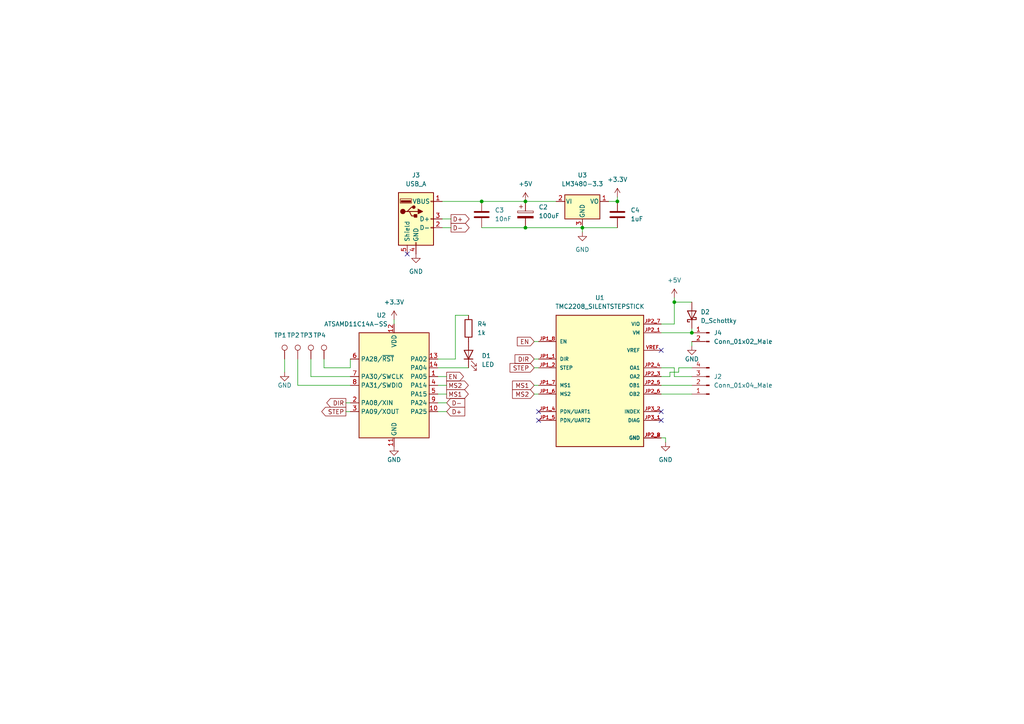
<source format=kicad_sch>
(kicad_sch (version 20211123) (generator eeschema)
  (paper "A4")
  (lib_symbols
    (symbol "Connector:Conn_01x02_Male" (pin_names (offset 1.016) hide)
      (property "Reference" "J" (at 0 2.54 0))
      (property "Value" "Conn_01x02_Male" (at 0 -5.08 0))
      (symbol "Conn_01x02_Male_1_1"
        (polyline (pts (xy 1.27 -2.54) (xy 0.8636 -2.54)) (stroke (width 0.1524)))
        (polyline (pts (xy 1.27 0) (xy 0.8636 0)) (stroke (width 0.1524)))
        (rectangle (start 0.8636 -2.413) (end 0 -2.667) (stroke (width 0.1524)) (fill (type outline)))
        (rectangle (start 0.8636 0.127) (end 0 -0.127) (stroke (width 0.1524)) (fill (type outline)))
        (pin passive line (at 5.08 0 180) (length 3.81) (name "Pin_1") (number "1"))
        (pin passive line (at 5.08 -2.54 180) (length 3.81) (name "Pin_2") (number "2"))
      )
    )
    (symbol "Connector:Conn_01x04_Male" (pin_names (offset 1.016) hide)
      (property "Reference" "J" (at 0 5.08 0))
      (property "Value" "Conn_01x04_Male" (at 0 -7.62 0))
      (symbol "Conn_01x04_Male_1_1"
        (polyline (pts (xy 1.27 -5.08) (xy 0.8636 -5.08)) (stroke (width 0.1524)))
        (polyline (pts (xy 1.27 -2.54) (xy 0.8636 -2.54)) (stroke (width 0.1524)))
        (polyline (pts (xy 1.27 0) (xy 0.8636 0)) (stroke (width 0.1524)))
        (polyline (pts (xy 1.27 2.54) (xy 0.8636 2.54)) (stroke (width 0.1524)))
        (rectangle (start 0.8636 -4.953) (end 0 -5.207) (stroke (width 0.1524)) (fill (type outline)))
        (rectangle (start 0.8636 -2.413) (end 0 -2.667) (stroke (width 0.1524)) (fill (type outline)))
        (rectangle (start 0.8636 0.127) (end 0 -0.127) (stroke (width 0.1524)) (fill (type outline)))
        (rectangle (start 0.8636 2.667) (end 0 2.413) (stroke (width 0.1524)) (fill (type outline)))
        (pin passive line (at 5.08 2.54 180) (length 3.81) (name "Pin_1") (number "1"))
        (pin passive line (at 5.08 0 180) (length 3.81) (name "Pin_2") (number "2"))
        (pin passive line (at 5.08 -2.54 180) (length 3.81) (name "Pin_3") (number "3"))
        (pin passive line (at 5.08 -5.08 180) (length 3.81) (name "Pin_4") (number "4"))
      )
    )
    (symbol "Connector:TestPoint" (pin_numbers hide) (pin_names (offset 0.762) hide)
      (property "Reference" "TP" (at 0 6.858 0))
      (property "Value" "TestPoint" (at 0 5.08 0))
      (symbol "TestPoint_0_1"
        (circle (center 0 3.302) (radius 0.762))
      )
      (symbol "TestPoint_1_1"
        (pin passive line (at 0 0 90) (length 2.54) (name "1") (number "1"))
      )
    )
    (symbol "Connector:USB_A" (pin_names (offset 1.016))
      (property "Reference" "J" (at -5.08 11.43 0))
      (property "Value" "USB_A" (at -5.08 8.89 0))
      (symbol "USB_A_0_1"
        (rectangle (start -5.08 -7.62) (end 5.08 7.62) (stroke (width 0.254)) (fill (type background)))
        (circle (center -3.81 2.159) (radius 0.635) (stroke (width 0.254)) (fill (type outline)))
        (rectangle (start -1.524 4.826) (end -4.318 5.334) (fill (type outline)))
        (rectangle (start -1.27 4.572) (end -4.572 5.842))
        (circle (center -0.635 3.429) (radius 0.381) (stroke (width 0.254)) (fill (type outline)))
        (rectangle (start -0.127 -7.62) (end 0.127 -6.858))
        (polyline (pts (xy -3.175 2.159) (xy -2.54 2.159) (xy -1.27 3.429) (xy -0.635 3.429)) (stroke (width 0.254)))
        (polyline (pts (xy -2.54 2.159) (xy -1.905 2.159) (xy -1.27 0.889) (xy 0 0.889)) (stroke (width 0.254)))
        (polyline (pts (xy 0.635 2.794) (xy 0.635 1.524) (xy 1.905 2.159) (xy 0.635 2.794)) (stroke (width 0.254)) (fill (type outline)))
        (rectangle (start 0.254 1.27) (end -0.508 0.508) (stroke (width 0.254)) (fill (type outline)))
        (rectangle (start 5.08 -2.667) (end 4.318 -2.413))
        (rectangle (start 5.08 -0.127) (end 4.318 0.127))
        (rectangle (start 5.08 4.953) (end 4.318 5.207))
      )
      (symbol "USB_A_1_1"
        (polyline (pts (xy -1.905 2.159) (xy 0.635 2.159)) (stroke (width 0.254)))
        (pin power_in line (at 7.62 5.08 180) (length 2.54) (name "VBUS") (number "1"))
        (pin bidirectional line (at 7.62 -2.54 180) (length 2.54) (name "D-") (number "2"))
        (pin bidirectional line (at 7.62 0 180) (length 2.54) (name "D+") (number "3"))
        (pin power_in line (at 0 -10.16 90) (length 2.54) (name "GND") (number "4"))
        (pin passive line (at -2.54 -10.16 90) (length 2.54) (name "Shield") (number "5"))
      )
    )
    (symbol "Device:C" (pin_numbers hide) (pin_names (offset 0.254))
      (property "Reference" "C" (at 0.635 2.54 0))
      (property "Value" "C" (at 0.635 -2.54 0))
      (symbol "C_0_1"
        (polyline (pts (xy -2.032 -0.762) (xy 2.032 -0.762)) (stroke (width 0.508)))
        (polyline (pts (xy -2.032 0.762) (xy 2.032 0.762)) (stroke (width 0.508)))
      )
      (symbol "C_1_1"
        (pin passive line (at 0 3.81 270) (length 2.794) (name "~") (number "1"))
        (pin passive line (at 0 -3.81 90) (length 2.794) (name "~") (number "2"))
      )
    )
    (symbol "Device:C_Polarized" (pin_numbers hide) (pin_names (offset 0.254))
      (property "Reference" "C" (at 0.635 2.54 0))
      (property "Value" "C_Polarized" (at 0.635 -2.54 0))
      (symbol "C_Polarized_0_1"
        (rectangle (start -2.286 0.508) (end 2.286 1.016))
        (polyline (pts (xy -1.778 2.286) (xy -0.762 2.286)))
        (polyline (pts (xy -1.27 2.794) (xy -1.27 1.778)))
        (rectangle (start 2.286 -0.508) (end -2.286 -1.016) (fill (type outline)))
      )
      (symbol "C_Polarized_1_1"
        (pin passive line (at 0 3.81 270) (length 2.794) (name "~") (number "1"))
        (pin passive line (at 0 -3.81 90) (length 2.794) (name "~") (number "2"))
      )
    )
    (symbol "Device:D_Schottky" (pin_numbers hide) (pin_names (offset 1.016) hide)
      (property "Reference" "D" (at 0 2.54 0))
      (property "Value" "D_Schottky" (at 0 -2.54 0))
      (symbol "D_Schottky_0_1"
        (polyline (pts (xy 1.27 0) (xy -1.27 0)))
        (polyline (pts (xy 1.27 1.27) (xy 1.27 -1.27) (xy -1.27 0) (xy 1.27 1.27)) (stroke (width 0.254)))
        (polyline (pts (xy -1.905 0.635) (xy -1.905 1.27) (xy -1.27 1.27) (xy -1.27 -1.27) (xy -0.635 -1.27) (xy -0.635 -0.635)) (stroke (width 0.254)))
      )
      (symbol "D_Schottky_1_1"
        (pin passive line (at -3.81 0 0) (length 2.54) (name "K") (number "1"))
        (pin passive line (at 3.81 0 180) (length 2.54) (name "A") (number "2"))
      )
    )
    (symbol "Device:LED" (pin_numbers hide) (pin_names (offset 1.016) hide)
      (property "Reference" "D" (at 0 2.54 0))
      (property "Value" "LED" (at 0 -2.54 0))
      (symbol "LED_0_1"
        (polyline (pts (xy -1.27 -1.27) (xy -1.27 1.27)) (stroke (width 0.254)))
        (polyline (pts (xy -1.27 0) (xy 1.27 0)))
        (polyline (pts (xy 1.27 -1.27) (xy 1.27 1.27) (xy -1.27 0) (xy 1.27 -1.27)) (stroke (width 0.254)))
        (polyline (pts (xy -3.048 -0.762) (xy -4.572 -2.286) (xy -3.81 -2.286) (xy -4.572 -2.286) (xy -4.572 -1.524)))
        (polyline (pts (xy -1.778 -0.762) (xy -3.302 -2.286) (xy -2.54 -2.286) (xy -3.302 -2.286) (xy -3.302 -1.524)))
      )
      (symbol "LED_1_1"
        (pin passive line (at -3.81 0 0) (length 2.54) (name "K") (number "1"))
        (pin passive line (at 3.81 0 180) (length 2.54) (name "A") (number "2"))
      )
    )
    (symbol "Device:R" (pin_numbers hide) (pin_names (offset 0))
      (property "Reference" "R" (at 2.032 0 90))
      (property "Value" "R" (at 0 0 90))
      (symbol "R_0_1"
        (rectangle (start -1.016 -2.54) (end 1.016 2.54) (stroke (width 0.254)))
      )
      (symbol "R_1_1"
        (pin passive line (at 0 3.81 270) (length 1.27) (name "~") (number "1"))
        (pin passive line (at 0 -3.81 90) (length 1.27) (name "~") (number "2"))
      )
    )
    (symbol "MCU_Microchip_SAMD:ATSAMD11C14A-SS"
      (property "Reference" "U" (at -10.16 16.51 0))
      (property "Value" "ATSAMD11C14A-SS" (at 1.27 16.51 0))
      (symbol "ATSAMD11C14A-SS_0_1"
        (rectangle (start -10.16 15.24) (end 10.16 -15.24) (stroke (width 0.254)) (fill (type background)))
      )
      (symbol "ATSAMD11C14A-SS_1_1"
        (pin bidirectional line (at 12.7 2.54 180) (length 2.54) (name "PA05") (number "1"))
        (pin bidirectional line (at 12.7 -7.62 180) (length 2.54) (name "PA25") (number "10"))
        (pin power_in line (at 0 -17.78 90) (length 2.54) (name "GND") (number "11"))
        (pin power_in line (at 0 17.78 270) (length 2.54) (name "VDD") (number "12"))
        (pin bidirectional line (at 12.7 7.62 180) (length 2.54) (name "PA02") (number "13"))
        (pin bidirectional line (at 12.7 5.08 180) (length 2.54) (name "PA04") (number "14"))
        (pin bidirectional line (at -12.7 -5.08 0) (length 2.54) (name "PA08/XIN") (number "2"))
        (pin bidirectional line (at -12.7 -7.62 0) (length 2.54) (name "PA09/XOUT") (number "3"))
        (pin bidirectional line (at 12.7 0 180) (length 2.54) (name "PA14") (number "4"))
        (pin bidirectional line (at 12.7 -2.54 180) (length 2.54) (name "PA15") (number "5"))
        (pin bidirectional line (at -12.7 7.62 0) (length 2.54) (name "PA28/~{RST}") (number "6"))
        (pin bidirectional line (at -12.7 2.54 0) (length 2.54) (name "PA30/SWCLK") (number "7"))
        (pin bidirectional line (at -12.7 0 0) (length 2.54) (name "PA31/SWDIO") (number "8"))
        (pin bidirectional line (at 12.7 -5.08 180) (length 2.54) (name "PA24") (number "9"))
      )
    )
    (symbol "Regulator_Linear:LM3480-3.3" (pin_names (offset 0.254))
      (property "Reference" "U" (at -3.81 3.175 0))
      (property "Value" "LM3480-3.3" (at 0 3.175 0))
      (symbol "LM3480-3.3_0_1"
        (rectangle (start -5.08 1.905) (end 5.08 -5.08) (stroke (width 0.254)) (fill (type background)))
      )
      (symbol "LM3480-3.3_1_1"
        (pin power_out line (at 7.62 0 180) (length 2.54) (name "VO") (number "1"))
        (pin power_in line (at -7.62 0 0) (length 2.54) (name "VI") (number "2"))
        (pin power_in line (at 0 -7.62 90) (length 2.54) (name "GND") (number "3"))
      )
    )
    (symbol "TMC2208_SILENTSTEPSTICK:TMC2208_SILENTSTEPSTICK" (pin_names (offset 1.016))
      (property "Reference" "U" (at -12.7 19.05 0))
      (property "Value" "TMC2208_SILENTSTEPSTICK" (at -12.7 -22.86 0))
      (symbol "TMC2208_SILENTSTEPSTICK_0_0"
        (rectangle (start -12.7 -20.32) (end 12.7 17.78) (stroke (width 0.254)) (fill (type background)))
        (pin input line (at -17.78 5.08 0) (length 5.08) (name "DIR") (number "JP1_1"))
        (pin input line (at -17.78 2.54 0) (length 5.08) (name "STEP") (number "JP1_2"))
        (pin bidirectional line (at -17.78 -10.16 0) (length 5.08) (name "PDN/UART1") (number "JP1_4"))
        (pin bidirectional line (at -17.78 -12.7 0) (length 5.08) (name "PDN/UART2") (number "JP1_5"))
        (pin input line (at -17.78 -5.08 0) (length 5.08) (name "MS2") (number "JP1_6"))
        (pin input line (at -17.78 -2.54 0) (length 5.08) (name "MS1") (number "JP1_7"))
        (pin input line (at -17.78 10.16 0) (length 5.08) (name "EN") (number "JP1_8"))
        (pin power_in line (at 17.78 12.7 180) (length 5.08) (name "VM") (number "JP2_1"))
        (pin power_in line (at 17.78 -17.78 180) (length 5.08) (name "GND") (number "JP2_2"))
        (pin passive line (at 17.78 0 180) (length 5.08) (name "OA2") (number "JP2_3"))
        (pin passive line (at 17.78 2.54 180) (length 5.08) (name "OA1") (number "JP2_4"))
        (pin passive line (at 17.78 -2.54 180) (length 5.08) (name "OB1") (number "JP2_5"))
        (pin passive line (at 17.78 -5.08 180) (length 5.08) (name "OB2") (number "JP2_6"))
        (pin power_in line (at 17.78 15.24 180) (length 5.08) (name "VIO") (number "JP2_7"))
        (pin power_in line (at 17.78 -17.78 180) (length 5.08) (name "GND") (number "JP2_8"))
        (pin output line (at 17.78 -12.7 180) (length 5.08) (name "DIAG") (number "JP3_1"))
        (pin output line (at 17.78 -10.16 180) (length 5.08) (name "INDEX") (number "JP3_2"))
        (pin passive line (at 17.78 7.62 180) (length 5.08) (name "VREF") (number "VREF"))
      )
    )
    (symbol "power:+3.3V" (power) (pin_names (offset 0))
      (property "Value" "+3.3V" (at 0 3.556 0))
      (symbol "+3.3V_0_1"
        (polyline (pts (xy -0.762 1.27) (xy 0 2.54)))
        (polyline (pts (xy 0 0) (xy 0 2.54)))
        (polyline (pts (xy 0 2.54) (xy 0.762 1.27)))
      )
      (symbol "+3.3V_1_1"
        (pin power_in line (at 0 0 90) (length 0) hide (name "+3.3V") (number "1"))
      )
    )
    (symbol "power:+5V" (power) (pin_names (offset 0))
      (property "Value" "+5V" (at 0 3.556 0))
      (symbol "+5V_0_1"
        (polyline (pts (xy -0.762 1.27) (xy 0 2.54)))
        (polyline (pts (xy 0 0) (xy 0 2.54)))
        (polyline (pts (xy 0 2.54) (xy 0.762 1.27)))
      )
      (symbol "+5V_1_1"
        (pin power_in line (at 0 0 90) (length 0) hide (name "+5V") (number "1"))
      )
    )
    (symbol "power:GND" (power) (pin_names (offset 0))
      (property "Value" "GND" (at 0 -3.81 0))
      (symbol "GND_0_1"
        (polyline (pts (xy 0 0) (xy 0 -1.27) (xy 1.27 -1.27) (xy 0 -2.54) (xy -1.27 -1.27) (xy 0 -1.27)))
      )
      (symbol "GND_1_1"
        (pin power_in line (at 0 0 270) (length 0) hide (name "GND") (number "1"))
      )
    )
  )
  (junction (at 152.4 58.42))
  (junction (at 200.66 96.52))
  (junction (at 195.58 87.63))
  (junction (at 168.91 66.04))
  (junction (at 152.4 66.04))
  (junction (at 179.07 58.42))
  (junction (at 139.7 58.42))
  (no_connect (at 118.11 73.66))
  (no_connect (at 156.21 121.92))
  (no_connect (at 156.21 119.38))
  (no_connect (at 191.77 101.6))
  (no_connect (at 191.77 119.38))
  (no_connect (at 191.77 121.92))
  (wire (pts (xy 127 106.68) (xy 135.89 106.68)))
  (wire (pts (xy 193.04 127) (xy 193.04 128.27)))
  (wire (pts (xy 194.31 107.95) (xy 196.85 107.95)))
  (wire (pts (xy 100.33 119.38) (xy 101.6 119.38)))
  (wire (pts (xy 191.77 127) (xy 193.04 127)))
  (wire (pts (xy 127 119.38) (xy 129.54 119.38)))
  (wire (pts (xy 86.36 104.14) (xy 86.36 111.76)))
  (wire (pts (xy 179.07 58.42) (xy 179.07 57.15)))
  (wire (pts (xy 195.58 109.22) (xy 200.66 109.22)))
  (wire (pts (xy 152.4 58.42) (xy 161.29 58.42)))
  (wire (pts (xy 196.85 107.95) (xy 196.85 106.68)))
  (wire (pts (xy 195.58 87.63) (xy 200.66 87.63)))
  (wire (pts (xy 191.77 106.68) (xy 195.58 106.68)))
  (wire (pts (xy 132.08 91.44) (xy 135.89 91.44)))
  (wire (pts (xy 168.91 66.04) (xy 179.07 66.04)))
  (wire (pts (xy 90.17 104.14) (xy 90.17 109.22)))
  (wire (pts (xy 176.53 58.42) (xy 179.07 58.42)))
  (wire (pts (xy 127 114.3) (xy 129.54 114.3)))
  (wire (pts (xy 127 111.76) (xy 129.54 111.76)))
  (wire (pts (xy 127 116.84) (xy 129.54 116.84)))
  (wire (pts (xy 195.58 86.36) (xy 195.58 87.63)))
  (wire (pts (xy 100.33 116.84) (xy 101.6 116.84)))
  (wire (pts (xy 194.31 109.22) (xy 194.31 107.95)))
  (wire (pts (xy 200.66 99.06) (xy 200.66 100.33)))
  (wire (pts (xy 195.58 106.68) (xy 195.58 109.22)))
  (wire (pts (xy 154.94 111.76) (xy 156.21 111.76)))
  (wire (pts (xy 82.55 104.14) (xy 82.55 107.95)))
  (wire (pts (xy 93.98 104.14) (xy 93.98 106.68)))
  (wire (pts (xy 139.7 58.42) (xy 152.4 58.42)))
  (wire (pts (xy 128.27 58.42) (xy 139.7 58.42)))
  (wire (pts (xy 86.36 111.76) (xy 101.6 111.76)))
  (wire (pts (xy 114.3 92.71) (xy 114.3 93.98)))
  (wire (pts (xy 168.91 66.04) (xy 168.91 67.31)))
  (wire (pts (xy 90.17 109.22) (xy 101.6 109.22)))
  (wire (pts (xy 154.94 99.06) (xy 156.21 99.06)))
  (wire (pts (xy 152.4 66.04) (xy 168.91 66.04)))
  (wire (pts (xy 191.77 109.22) (xy 194.31 109.22)))
  (wire (pts (xy 200.66 96.52) (xy 200.66 95.25)))
  (wire (pts (xy 139.7 66.04) (xy 152.4 66.04)))
  (wire (pts (xy 191.77 111.76) (xy 200.66 111.76)))
  (wire (pts (xy 196.85 106.68) (xy 200.66 106.68)))
  (wire (pts (xy 154.94 104.14) (xy 156.21 104.14)))
  (wire (pts (xy 191.77 96.52) (xy 200.66 96.52)))
  (wire (pts (xy 101.6 104.14) (xy 101.6 106.68)))
  (wire (pts (xy 127 109.22) (xy 129.54 109.22)))
  (wire (pts (xy 101.6 106.68) (xy 93.98 106.68)))
  (wire (pts (xy 128.27 66.04) (xy 130.81 66.04)))
  (wire (pts (xy 191.77 93.98) (xy 195.58 93.98)))
  (wire (pts (xy 191.77 114.3) (xy 200.66 114.3)))
  (wire (pts (xy 127 104.14) (xy 132.08 104.14)))
  (wire (pts (xy 154.94 106.68) (xy 156.21 106.68)))
  (wire (pts (xy 195.58 87.63) (xy 195.58 93.98)))
  (wire (pts (xy 154.94 114.3) (xy 156.21 114.3)))
  (wire (pts (xy 128.27 63.5) (xy 130.81 63.5)))
  (wire (pts (xy 132.08 104.14) (xy 132.08 91.44)))
  (global_label "STEP" (shape input) (at 154.94 106.68 180) (property "Intersheet References" "${INTERSHEET_REFS}" (effects hide)))
  (global_label "EN" (shape input) (at 154.94 99.06 180) (property "Intersheet References" "${INTERSHEET_REFS}" (effects hide)))
  (global_label "D+" (shape output) (at 130.81 63.5 0) (property "Intersheet References" "${INTERSHEET_REFS}" (effects hide)))
  (global_label "D-" (shape input) (at 129.54 116.84 0) (property "Intersheet References" "${INTERSHEET_REFS}" (effects hide)))
  (global_label "MS1" (shape input) (at 154.94 111.76 180) (property "Intersheet References" "${INTERSHEET_REFS}" (effects hide)))
  (global_label "MS2" (shape output) (at 129.54 111.76 0) (property "Intersheet References" "${INTERSHEET_REFS}" (effects hide)))
  (global_label "EN" (shape output) (at 129.54 109.22 0) (property "Intersheet References" "${INTERSHEET_REFS}" (effects hide)))
  (global_label "STEP" (shape output) (at 100.33 119.38 180) (property "Intersheet References" "${INTERSHEET_REFS}" (effects hide)))
  (global_label "D-" (shape output) (at 130.81 66.04 0) (property "Intersheet References" "${INTERSHEET_REFS}" (effects hide)))
  (global_label "D+" (shape input) (at 129.54 119.38 0) (property "Intersheet References" "${INTERSHEET_REFS}" (effects hide)))
  (global_label "DIR" (shape output) (at 100.33 116.84 180) (property "Intersheet References" "${INTERSHEET_REFS}" (effects hide)))
  (global_label "MS1" (shape output) (at 129.54 114.3 0) (property "Intersheet References" "${INTERSHEET_REFS}" (effects hide)))
  (global_label "DIR" (shape input) (at 154.94 104.14 180) (property "Intersheet References" "${INTERSHEET_REFS}" (effects hide)))
  (global_label "MS2" (shape input) (at 154.94 114.3 180) (property "Intersheet References" "${INTERSHEET_REFS}" (effects hide)))
  (symbol (lib_id "power:GND") (at 168.91 67.31 0) (unit 1)
    (property "Reference" "#PWR08" (effects hide))
    (property "Value" "GND" (at 168.91 72.39 0))
  )
  (symbol (lib_id "power:GND") (at 82.55 107.95 0) (unit 1)
    (property "Reference" "#PWR01" (effects hide))
    (property "Value" "GND" (at 82.55 111.76 0))
  )
  (symbol (lib_id "Connector:TestPoint") (at 90.17 104.14 0) (unit 1)
    (property "Reference" "TP3" (at 88.9 96.52 0) (effects (justify top)))
    (property "Value" "TestPoint" (effects hide))
    (property "Footprint" "TestPoint:TestPoint_Pad_D2.0mm" (effects hide))
  )
  (symbol (lib_id "Connector:TestPoint") (at 82.55 104.14 0) (unit 1)
    (property "Reference" "TP1" (at 81.28 96.52 0) (effects (justify top)))
    (property "Value" "TestPoint" (effects hide))
    (property "Footprint" "TestPoint:TestPoint_Pad_D2.0mm" (effects hide))
  )
  (symbol (lib_id "power:GND") (at 193.04 128.27 0) (unit 1)
    (property "Reference" "#PWR09" (effects hide))
    (property "Value" "GND" (at 193.04 133.35 0))
  )
  (symbol (lib_id "Connector:TestPoint") (at 93.98 104.14 0) (unit 1)
    (property "Reference" "TP4" (at 92.71 96.52 0) (effects (justify top)))
    (property "Value" "TestPoint" (effects hide))
    (property "Footprint" "TestPoint:TestPoint_Pad_D2.0mm" (effects hide))
  )
  (symbol (lib_id "power:+3.3V") (at 179.07 57.15 0) (unit 1)
    (property "Reference" "#PWR010" (effects hide))
    (property "Value" "+3.3V" (at 179.07 52.07 0))
  )
  (symbol (lib_id "power:+5V") (at 152.4 58.42 0) (unit 1)
    (property "Reference" "#PWR05" (effects hide))
    (property "Value" "+5V" (at 152.4 53.34 0))
  )
  (symbol (lib_id "power:+5V") (at 195.58 86.36 0) (unit 1)
    (property "Reference" "#PWR011" (effects hide))
    (property "Value" "+5V" (at 195.58 81.28 0))
  )
  (symbol (lib_id "power:GND") (at 200.66 100.33 0) (unit 1)
    (property "Reference" "#PWR0101" (effects hide))
    (property "Value" "GND" (at 200.66 104.14 0))
  )
  (symbol (lib_id "Connector:Conn_01x04_Male") (at 205.74 111.76 180) (unit 1)
    (property "Reference" "J2" (at 207.01 109.2199 0) (effects (justify right)))
    (property "Value" "Conn_01x04_Male" (at 207.01 111.7599 0) (effects (justify right)))
    (property "Footprint" "Connector_PinHeader_2.54mm:PinHeader_1x04_P2.54mm_Vertical" (effects hide))
  )
  (symbol (lib_id "Device:C") (at 139.7 62.23 0) (unit 1)
    (property "Reference" "C3" (at 143.51 60.9599 0) (effects (justify left)))
    (property "Value" "10nF" (at 143.51 63.4999 0) (effects (justify left)))
    (property "Footprint" "Capacitor_SMD:C_1206_3216Metric_Pad1.33x1.80mm_HandSolder" (effects hide))
  )
  (symbol (lib_id "Regulator_Linear:LM3480-3.3") (at 168.91 58.42 0) (unit 1)
    (property "Reference" "U3" (at 168.91 50.8 0))
    (property "Value" "LM3480-3.3" (at 168.91 53.34 0))
    (property "Footprint" "AP2120N-3.3TRG1:SOT-23_N_Package" (effects hide))
    (property "Datasheet" "http://www.ti.com/lit/ds/symlink/lm3480.pdf" (effects hide))
  )
  (symbol (lib_id "Connector:Conn_01x02_Male") (at 205.74 96.52 0) (mirror y) (unit 1)
    (property "Reference" "J4" (at 207.01 96.5199 0) (effects (justify right)))
    (property "Value" "Conn_01x02_Male" (at 207.01 99.0599 0) (effects (justify right)))
    (property "Footprint" "Connector_PinHeader_2.54mm:PinHeader_1x02_P2.54mm_Vertical" (effects hide))
  )
  (symbol (lib_id "Connector:USB_A") (at 120.65 63.5 0) (unit 1)
    (property "Reference" "J3" (at 120.65 50.8 0))
    (property "Value" "USB_A" (at 120.65 53.34 0))
    (property "Footprint" "fab:Conn_USB_A_Plain" (effects hide))
    (property "Datasheet" " ~" (effects hide))
  )
  (symbol (lib_id "power:GND") (at 120.65 73.66 0) (unit 1)
    (property "Reference" "#PWR02" (effects hide))
    (property "Value" "GND" (at 120.65 78.74 0))
  )
  (symbol (lib_id "Connector:TestPoint") (at 86.36 104.14 0) (unit 1)
    (property "Reference" "TP2" (at 85.09 96.52 0) (effects (justify top)))
    (property "Value" "TestPoint" (effects hide))
    (property "Footprint" "TestPoint:TestPoint_Pad_D2.0mm" (effects hide))
  )
  (symbol (lib_id "Device:C_Polarized") (at 152.4 62.23 0) (unit 1)
    (property "Reference" "C2" (at 156.21 60.0709 0) (effects (justify left)))
    (property "Value" "100uF" (at 156.21 62.6109 0) (effects (justify left)))
    (property "Footprint" "Capacitor_THT:CP_Radial_D6.3mm_P2.50mm" (effects hide))
  )
  (symbol (lib_id "Device:C") (at 179.07 62.23 0) (unit 1)
    (property "Reference" "C4" (at 182.88 60.9599 0) (effects (justify left)))
    (property "Value" "1uF" (at 182.88 63.4999 0) (effects (justify left)))
    (property "Footprint" "Capacitor_SMD:C_1206_3216Metric_Pad1.33x1.80mm_HandSolder" (effects hide))
  )
  (symbol (lib_id "power:GND") (at 114.3 129.54 0) (unit 1)
    (property "Reference" "#PWR04" (effects hide))
    (property "Value" "GND" (at 114.3 133.35 0))
  )
  (symbol (lib_id "Device:LED") (at 135.89 102.87 90) (unit 1)
    (property "Reference" "D1" (at 139.7 103.1874 90) (effects (justify right)))
    (property "Value" "LED" (at 139.7 105.7274 90) (effects (justify right)))
    (property "Footprint" "LED_SMD:LED_1210_3225Metric_Pad1.42x2.65mm_HandSolder" (effects hide))
  )
  (symbol (lib_id "power:+3.3V") (at 114.3 92.71 0) (unit 1)
    (property "Reference" "#PWR03" (effects hide))
    (property "Value" "+3.3V" (at 114.3 87.63 0))
  )
  (symbol (lib_id "Device:R") (at 135.89 95.25 0) (unit 1)
    (property "Reference" "R4" (at 138.43 93.9799 0) (effects (justify left)))
    (property "Value" "1k" (at 138.43 96.5199 0) (effects (justify left)))
    (property "Footprint" "fab:R_1206" (effects hide))
  )
  (symbol (lib_id "MCU_Microchip_SAMD:ATSAMD11C14A-SS") (at 114.3 111.76 0) (unit 1)
    (property "Reference" "U2" (at 109.22 91.44 0) (effects (justify left)))
    (property "Value" "ATSAMD11C14A-SS" (at 93.98 93.98 0) (effects (justify left)))
    (property "Footprint" "Package_SO:SOIC-14_3.9x8.7mm_P1.27mm" (effects hide))
    (property "Datasheet" "http://ww1.microchip.com/downloads/en/DeviceDoc/Atmel-42363-SAM-D11_Datasheet.pdf" (effects hide))
  )
  (symbol (lib_id "Device:D_Schottky") (at 200.66 91.44 90) (unit 1)
    (property "Reference" "D2" (at 203.2 90.4874 90) (effects (justify right)))
    (property "Value" "D_Schottky" (at 203.2 93.0274 90) (effects (justify right)))
    (property "Footprint" "Diode_SMD:D_SOD-123" (effects hide))
  )
  (symbol (lib_id "TMC2208_SILENTSTEPSTICK:TMC2208_SILENTSTEPSTICK") (at 173.99 109.22 0) (unit 1)
    (property "Reference" "U1" (at 173.99 86.36 0))
    (property "Value" "TMC2208_SILENTSTEPSTICK" (at 173.99 88.9 0))
    (property "Footprint" "TMC2208_SILENTSTEPSTICK:TMC2208" (effects hide))
    (property "MANUFACTURER" "Trinamic Motion" (effects hide))
  )
)
</source>
